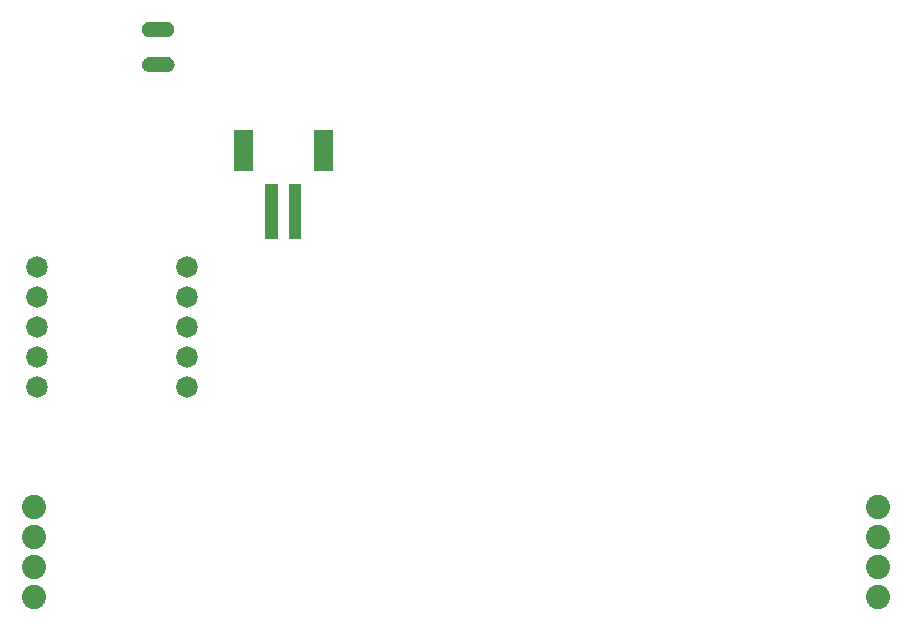
<source format=gbs>
G04 DipTrace 2.4.0.2*
%IN64xAPA102Crigid.gbs*%
%MOMM*%
%ADD21O,1.185X1.23*%
%ADD31C,2.05*%
%ADD33C,1.828*%
%FSLAX53Y53*%
G04*
G71*
G90*
G75*
G01*
%LNBotMask*%
%LPD*%
G36*
X32860Y44468D2*
X33910D1*
Y49118D1*
X32860D1*
Y44468D1*
G37*
G36*
X30860D2*
X31910D1*
Y49118D1*
X30860D1*
Y44468D1*
G37*
G36*
X34960Y53718D2*
Y50268D1*
X36610D1*
Y53718D1*
X34960D1*
G37*
G36*
X28160D2*
Y50268D1*
X29810D1*
Y53718D1*
X28160D1*
G37*
D21*
X22537Y62236D3*
G36*
X22763Y61621D2*
X20763D1*
Y62851D1*
X22763D1*
Y61621D1*
G37*
D21*
X20989Y62236D3*
G36*
X20892Y61611D2*
X21661D1*
Y62861D1*
X20892D1*
X20724Y62798D1*
X20517Y62653D1*
X20412Y62444D1*
X20375Y62236D1*
X20412Y62028D1*
X20517Y61819D1*
X20724Y61673D1*
X20892Y61611D1*
G37*
G36*
X22634Y62861D2*
X21864D1*
Y61611D1*
X22634D1*
X22801Y61673D1*
X23009Y61819D1*
X23113Y62028D1*
X23150Y62236D1*
X23113Y62444D1*
X23009Y62653D1*
X22801Y62798D1*
X22634Y62861D1*
G37*
D33*
X24189Y31951D3*
Y34491D3*
Y37031D3*
Y39571D3*
X11489Y31951D3*
Y34491D3*
Y37031D3*
Y39571D3*
D31*
X11250Y16730D3*
Y19270D3*
Y14190D3*
Y21810D3*
D33*
X11488Y42110D3*
X24189D3*
D31*
X82750Y16730D3*
Y19270D3*
Y14190D3*
Y21810D3*
D21*
X21017Y59263D3*
G36*
X20791Y59878D2*
X22791D1*
Y58648D1*
X20791D1*
Y59878D1*
G37*
D21*
X22564Y59263D3*
G36*
X22662Y59888D2*
X21892D1*
Y58638D1*
X22662D1*
X22829Y58700D1*
X23036Y58846D1*
X23141Y59055D1*
X23178Y59263D1*
X23141Y59471D1*
X23036Y59679D1*
X22829Y59825D1*
X22662Y59888D1*
G37*
G36*
X20920Y58638D2*
X21689D1*
Y59888D1*
X20920D1*
X20752Y59825D1*
X20545Y59679D1*
X20440Y59471D1*
X20403Y59263D1*
X20440Y59055D1*
X20545Y58846D1*
X20752Y58700D1*
X20920Y58638D1*
G37*
M02*

</source>
